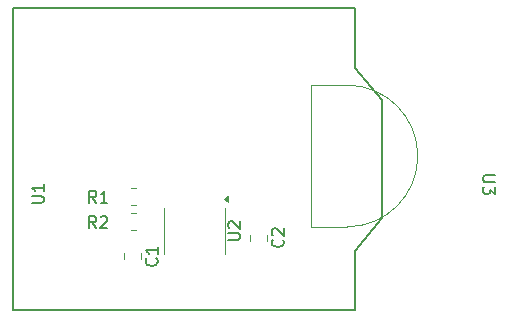
<source format=gbr>
%TF.GenerationSoftware,KiCad,Pcbnew,8.0.0*%
%TF.CreationDate,2024-04-09T10:55:27+02:00*%
%TF.ProjectId,LoraTimerSender,4c6f7261-5469-46d6-9572-53656e646572,rev?*%
%TF.SameCoordinates,Original*%
%TF.FileFunction,Legend,Top*%
%TF.FilePolarity,Positive*%
%FSLAX46Y46*%
G04 Gerber Fmt 4.6, Leading zero omitted, Abs format (unit mm)*
G04 Created by KiCad (PCBNEW 8.0.0) date 2024-04-09 10:55:27*
%MOMM*%
%LPD*%
G01*
G04 APERTURE LIST*
%ADD10C,0.150000*%
%ADD11C,0.127000*%
%ADD12C,0.120000*%
G04 APERTURE END LIST*
D10*
X124532319Y-92124404D02*
X125341842Y-92124404D01*
X125341842Y-92124404D02*
X125437080Y-92076785D01*
X125437080Y-92076785D02*
X125484700Y-92029166D01*
X125484700Y-92029166D02*
X125532319Y-91933928D01*
X125532319Y-91933928D02*
X125532319Y-91743452D01*
X125532319Y-91743452D02*
X125484700Y-91648214D01*
X125484700Y-91648214D02*
X125437080Y-91600595D01*
X125437080Y-91600595D02*
X125341842Y-91552976D01*
X125341842Y-91552976D02*
X124532319Y-91552976D01*
X125532319Y-90552976D02*
X125532319Y-91124404D01*
X125532319Y-90838690D02*
X124532319Y-90838690D01*
X124532319Y-90838690D02*
X124675176Y-90933928D01*
X124675176Y-90933928D02*
X124770414Y-91029166D01*
X124770414Y-91029166D02*
X124818033Y-91124404D01*
X141164819Y-95261904D02*
X141974342Y-95261904D01*
X141974342Y-95261904D02*
X142069580Y-95214285D01*
X142069580Y-95214285D02*
X142117200Y-95166666D01*
X142117200Y-95166666D02*
X142164819Y-95071428D01*
X142164819Y-95071428D02*
X142164819Y-94880952D01*
X142164819Y-94880952D02*
X142117200Y-94785714D01*
X142117200Y-94785714D02*
X142069580Y-94738095D01*
X142069580Y-94738095D02*
X141974342Y-94690476D01*
X141974342Y-94690476D02*
X141164819Y-94690476D01*
X141260057Y-94261904D02*
X141212438Y-94214285D01*
X141212438Y-94214285D02*
X141164819Y-94119047D01*
X141164819Y-94119047D02*
X141164819Y-93880952D01*
X141164819Y-93880952D02*
X141212438Y-93785714D01*
X141212438Y-93785714D02*
X141260057Y-93738095D01*
X141260057Y-93738095D02*
X141355295Y-93690476D01*
X141355295Y-93690476D02*
X141450533Y-93690476D01*
X141450533Y-93690476D02*
X141593390Y-93738095D01*
X141593390Y-93738095D02*
X142164819Y-94309523D01*
X142164819Y-94309523D02*
X142164819Y-93690476D01*
X129983333Y-92104819D02*
X129650000Y-91628628D01*
X129411905Y-92104819D02*
X129411905Y-91104819D01*
X129411905Y-91104819D02*
X129792857Y-91104819D01*
X129792857Y-91104819D02*
X129888095Y-91152438D01*
X129888095Y-91152438D02*
X129935714Y-91200057D01*
X129935714Y-91200057D02*
X129983333Y-91295295D01*
X129983333Y-91295295D02*
X129983333Y-91438152D01*
X129983333Y-91438152D02*
X129935714Y-91533390D01*
X129935714Y-91533390D02*
X129888095Y-91581009D01*
X129888095Y-91581009D02*
X129792857Y-91628628D01*
X129792857Y-91628628D02*
X129411905Y-91628628D01*
X130935714Y-92104819D02*
X130364286Y-92104819D01*
X130650000Y-92104819D02*
X130650000Y-91104819D01*
X130650000Y-91104819D02*
X130554762Y-91247676D01*
X130554762Y-91247676D02*
X130459524Y-91342914D01*
X130459524Y-91342914D02*
X130364286Y-91390533D01*
X163732680Y-89788095D02*
X162923157Y-89788095D01*
X162923157Y-89788095D02*
X162827919Y-89835714D01*
X162827919Y-89835714D02*
X162780300Y-89883333D01*
X162780300Y-89883333D02*
X162732680Y-89978571D01*
X162732680Y-89978571D02*
X162732680Y-90169047D01*
X162732680Y-90169047D02*
X162780300Y-90264285D01*
X162780300Y-90264285D02*
X162827919Y-90311904D01*
X162827919Y-90311904D02*
X162923157Y-90359523D01*
X162923157Y-90359523D02*
X163732680Y-90359523D01*
X163732680Y-90740476D02*
X163732680Y-91359523D01*
X163732680Y-91359523D02*
X163351728Y-91026190D01*
X163351728Y-91026190D02*
X163351728Y-91169047D01*
X163351728Y-91169047D02*
X163304109Y-91264285D01*
X163304109Y-91264285D02*
X163256490Y-91311904D01*
X163256490Y-91311904D02*
X163161252Y-91359523D01*
X163161252Y-91359523D02*
X162923157Y-91359523D01*
X162923157Y-91359523D02*
X162827919Y-91311904D01*
X162827919Y-91311904D02*
X162780300Y-91264285D01*
X162780300Y-91264285D02*
X162732680Y-91169047D01*
X162732680Y-91169047D02*
X162732680Y-90883333D01*
X162732680Y-90883333D02*
X162780300Y-90788095D01*
X162780300Y-90788095D02*
X162827919Y-90740476D01*
X129983333Y-94254819D02*
X129650000Y-93778628D01*
X129411905Y-94254819D02*
X129411905Y-93254819D01*
X129411905Y-93254819D02*
X129792857Y-93254819D01*
X129792857Y-93254819D02*
X129888095Y-93302438D01*
X129888095Y-93302438D02*
X129935714Y-93350057D01*
X129935714Y-93350057D02*
X129983333Y-93445295D01*
X129983333Y-93445295D02*
X129983333Y-93588152D01*
X129983333Y-93588152D02*
X129935714Y-93683390D01*
X129935714Y-93683390D02*
X129888095Y-93731009D01*
X129888095Y-93731009D02*
X129792857Y-93778628D01*
X129792857Y-93778628D02*
X129411905Y-93778628D01*
X130364286Y-93350057D02*
X130411905Y-93302438D01*
X130411905Y-93302438D02*
X130507143Y-93254819D01*
X130507143Y-93254819D02*
X130745238Y-93254819D01*
X130745238Y-93254819D02*
X130840476Y-93302438D01*
X130840476Y-93302438D02*
X130888095Y-93350057D01*
X130888095Y-93350057D02*
X130935714Y-93445295D01*
X130935714Y-93445295D02*
X130935714Y-93540533D01*
X130935714Y-93540533D02*
X130888095Y-93683390D01*
X130888095Y-93683390D02*
X130316667Y-94254819D01*
X130316667Y-94254819D02*
X130935714Y-94254819D01*
X145764580Y-95241666D02*
X145812200Y-95289285D01*
X145812200Y-95289285D02*
X145859819Y-95432142D01*
X145859819Y-95432142D02*
X145859819Y-95527380D01*
X145859819Y-95527380D02*
X145812200Y-95670237D01*
X145812200Y-95670237D02*
X145716961Y-95765475D01*
X145716961Y-95765475D02*
X145621723Y-95813094D01*
X145621723Y-95813094D02*
X145431247Y-95860713D01*
X145431247Y-95860713D02*
X145288390Y-95860713D01*
X145288390Y-95860713D02*
X145097914Y-95813094D01*
X145097914Y-95813094D02*
X145002676Y-95765475D01*
X145002676Y-95765475D02*
X144907438Y-95670237D01*
X144907438Y-95670237D02*
X144859819Y-95527380D01*
X144859819Y-95527380D02*
X144859819Y-95432142D01*
X144859819Y-95432142D02*
X144907438Y-95289285D01*
X144907438Y-95289285D02*
X144955057Y-95241666D01*
X144955057Y-94860713D02*
X144907438Y-94813094D01*
X144907438Y-94813094D02*
X144859819Y-94717856D01*
X144859819Y-94717856D02*
X144859819Y-94479761D01*
X144859819Y-94479761D02*
X144907438Y-94384523D01*
X144907438Y-94384523D02*
X144955057Y-94336904D01*
X144955057Y-94336904D02*
X145050295Y-94289285D01*
X145050295Y-94289285D02*
X145145533Y-94289285D01*
X145145533Y-94289285D02*
X145288390Y-94336904D01*
X145288390Y-94336904D02*
X145859819Y-94908332D01*
X145859819Y-94908332D02*
X145859819Y-94289285D01*
X135089580Y-96816666D02*
X135137200Y-96864285D01*
X135137200Y-96864285D02*
X135184819Y-97007142D01*
X135184819Y-97007142D02*
X135184819Y-97102380D01*
X135184819Y-97102380D02*
X135137200Y-97245237D01*
X135137200Y-97245237D02*
X135041961Y-97340475D01*
X135041961Y-97340475D02*
X134946723Y-97388094D01*
X134946723Y-97388094D02*
X134756247Y-97435713D01*
X134756247Y-97435713D02*
X134613390Y-97435713D01*
X134613390Y-97435713D02*
X134422914Y-97388094D01*
X134422914Y-97388094D02*
X134327676Y-97340475D01*
X134327676Y-97340475D02*
X134232438Y-97245237D01*
X134232438Y-97245237D02*
X134184819Y-97102380D01*
X134184819Y-97102380D02*
X134184819Y-97007142D01*
X134184819Y-97007142D02*
X134232438Y-96864285D01*
X134232438Y-96864285D02*
X134280057Y-96816666D01*
X135184819Y-95864285D02*
X135184819Y-96435713D01*
X135184819Y-96149999D02*
X134184819Y-96149999D01*
X134184819Y-96149999D02*
X134327676Y-96245237D01*
X134327676Y-96245237D02*
X134422914Y-96340475D01*
X134422914Y-96340475D02*
X134470533Y-96435713D01*
D11*
%TO.C,U1*%
X122927500Y-101162500D02*
X122927500Y-75662500D01*
X154177500Y-93412500D02*
X154177500Y-83412500D01*
X154177500Y-83412500D02*
X151877500Y-80662500D01*
X151877500Y-101162500D02*
X122927500Y-101162500D01*
X151877500Y-96162500D02*
X154177500Y-93412500D01*
X151877500Y-96162500D02*
X151877500Y-101162500D01*
X151877500Y-75662500D02*
X151877500Y-80662500D01*
X122927500Y-75662500D02*
X151877500Y-75662500D01*
D12*
%TO.C,U2*%
X135750000Y-94500000D02*
X135750000Y-92550000D01*
X135750000Y-94500000D02*
X135750000Y-96450000D01*
X140870000Y-94500000D02*
X140870000Y-92550000D01*
X140870000Y-94500000D02*
X140870000Y-96450000D01*
X141105000Y-92040000D02*
X140775000Y-91800000D01*
X141105000Y-91560000D01*
X141105000Y-92040000D01*
G36*
X141105000Y-92040000D02*
G01*
X140775000Y-91800000D01*
X141105000Y-91560000D01*
X141105000Y-92040000D01*
G37*
%TO.C,R1*%
X133352064Y-90840000D02*
X132897936Y-90840000D01*
X133352064Y-92310000D02*
X132897936Y-92310000D01*
%TO.C,U3*%
X148212500Y-82150000D02*
X148212500Y-88150000D01*
X148212500Y-82150000D02*
X148212500Y-94150000D01*
X148212500Y-82150000D02*
X151212500Y-82150000D01*
X148212500Y-94150000D02*
X151212500Y-94150000D01*
X151212500Y-82150000D02*
G75*
G02*
X151212500Y-94150000I0J-6000000D01*
G01*
%TO.C,R2*%
X133352064Y-92940000D02*
X132897936Y-92940000D01*
X133352064Y-94410000D02*
X132897936Y-94410000D01*
%TO.C,C2*%
X142990000Y-94813748D02*
X142990000Y-95336252D01*
X144460000Y-94813748D02*
X144460000Y-95336252D01*
%TO.C,C1*%
X132315000Y-96388748D02*
X132315000Y-96911252D01*
X133785000Y-96388748D02*
X133785000Y-96911252D01*
%TD*%
M02*

</source>
